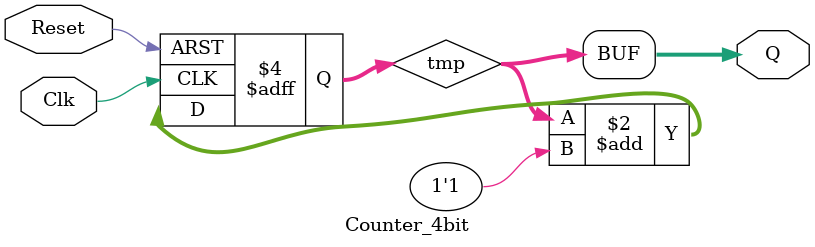
<source format=v>


module Counter_4bit (Q, Clk, Reset );

output[3:0] Q;
input Clk, Reset;

reg[3:0] tmp;

initial tmp = 4'b0000;

always@(posedge Clk or posedge Reset) begin
	
	if(Reset)
		tmp = 4'b0000;
	else
		tmp = tmp + 1'b1;
end
	
assign Q = tmp;

endmodule

</source>
